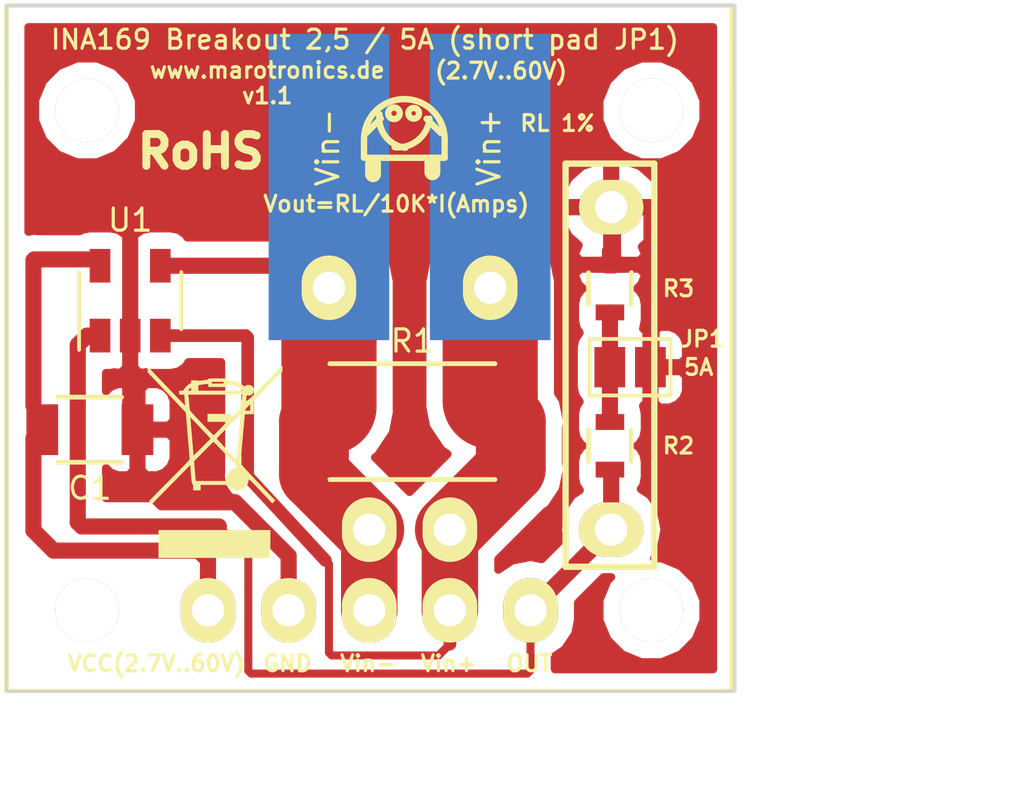
<source format=kicad_pcb>
(kicad_pcb (version 20171130) (host pcbnew "(2018-01-23 revision 975c08c46)-makepkg")

  (general
    (thickness 1.6)
    (drawings 35)
    (tracks 73)
    (zones 0)
    (modules 8)
    (nets 7)
  )

  (page A4)
  (title_block
    (title INA169_StromSensor)
    (date 2017-11-30)
    (rev V1.1)
    (company "Uwe Zimprich")
  )

  (layers
    (0 F.Cu signal)
    (31 B.Cu signal)
    (32 B.Adhes user)
    (33 F.Adhes user)
    (34 B.Paste user)
    (35 F.Paste user)
    (36 B.SilkS user)
    (37 F.SilkS user)
    (38 B.Mask user)
    (39 F.Mask user)
    (40 Dwgs.User user)
    (41 Cmts.User user)
    (42 Eco1.User user)
    (43 Eco2.User user)
    (44 Edge.Cuts user)
    (45 Margin user)
    (46 B.CrtYd user)
    (47 F.CrtYd user)
    (48 B.Fab user)
    (49 F.Fab user)
  )

  (setup
    (last_trace_width 0.254)
    (user_trace_width 0.254)
    (user_trace_width 0.4)
    (user_trace_width 0.508)
    (user_trace_width 0.762)
    (user_trace_width 1.106)
    (user_trace_width 1.27)
    (user_trace_width 1.524)
    (user_trace_width 1.778)
    (trace_clearance 0.254)
    (zone_clearance 0.508)
    (zone_45_only no)
    (trace_min 0.254)
    (segment_width 0.2)
    (edge_width 0.1)
    (via_size 0.889)
    (via_drill 0.635)
    (via_min_size 0.889)
    (via_min_drill 0.508)
    (uvia_size 0.508)
    (uvia_drill 0.127)
    (uvias_allowed no)
    (uvia_min_size 0.508)
    (uvia_min_drill 0.127)
    (pcb_text_width 0.3)
    (pcb_text_size 1.5 1.5)
    (mod_edge_width 0.15)
    (mod_text_size 1 1)
    (mod_text_width 0.15)
    (pad_size 2.032 1.72)
    (pad_drill 1.016)
    (pad_to_mask_clearance 0)
    (aux_axis_origin 0 0)
    (visible_elements 7FFFFF7F)
    (pcbplotparams
      (layerselection 0x00030_80000001)
      (usegerberextensions false)
      (usegerberattributes false)
      (usegerberadvancedattributes false)
      (creategerberjobfile false)
      (excludeedgelayer true)
      (linewidth 0.100000)
      (plotframeref false)
      (viasonmask false)
      (mode 1)
      (useauxorigin false)
      (hpglpennumber 1)
      (hpglpenspeed 20)
      (hpglpendiameter 15)
      (psnegative false)
      (psa4output false)
      (plotreference true)
      (plotvalue true)
      (plotinvisibletext false)
      (padsonsilk false)
      (subtractmaskfromsilk false)
      (outputformat 1)
      (mirror false)
      (drillshape 0)
      (scaleselection 1)
      (outputdirectory ""))
  )

  (net 0 "")
  (net 1 GND)
  (net 2 /VCC)
  (net 3 /Out)
  (net 4 /Vin-)
  (net 5 /Vin+)
  (net 6 "Net-(JP1-Pad1)")

  (net_class Default "Dies ist die voreingestellte Netzklasse."
    (clearance 0.254)
    (trace_width 0.254)
    (via_dia 0.889)
    (via_drill 0.635)
    (uvia_dia 0.508)
    (uvia_drill 0.127)
    (diff_pair_gap 0.25)
    (diff_pair_width 0.254)
    (add_net /Out)
    (add_net /VCC)
    (add_net /Vin+)
    (add_net /Vin-)
    (add_net GND)
    (add_net "Net-(JP1-Pad1)")
  )

  (net_class Load ""
    (clearance 0.254)
    (trace_width 0.254)
    (via_dia 0.889)
    (via_drill 0.635)
    (uvia_dia 0.508)
    (uvia_drill 0.127)
    (diff_pair_gap 0.25)
    (diff_pair_width 0.254)
  )

  (module Resistors_SMD:R_2512 (layer F.Cu) (tedit 5A205CA1) (tstamp 54E35950)
    (at 149.352 104.902 180)
    (descr "Resistor SMD 2512, reflow soldering, Vishay (see dcrcw.pdf)")
    (tags "resistor 2512")
    (path /587A7CC4)
    (attr smd)
    (fp_text reference R1 (at 0 2.54) (layer F.SilkS)
      (effects (font (size 0.7 0.7) (thickness 0.1)))
    )
    (fp_text value "0.1 1% 2W" (at 0 0 180) (layer F.Fab) hide
      (effects (font (size 0.7 0.7) (thickness 0.1)))
    )
    (fp_line (start -3.9 -1.95) (end 3.9 -1.95) (layer F.CrtYd) (width 0.05))
    (fp_line (start -3.9 1.95) (end 3.9 1.95) (layer F.CrtYd) (width 0.05))
    (fp_line (start -3.9 -1.95) (end -3.9 1.95) (layer F.CrtYd) (width 0.05))
    (fp_line (start 3.9 -1.95) (end 3.9 1.95) (layer F.CrtYd) (width 0.05))
    (fp_line (start 2.6 1.825) (end -2.6 1.825) (layer F.SilkS) (width 0.15))
    (fp_line (start -2.6 -1.825) (end 2.6 -1.825) (layer F.SilkS) (width 0.15))
    (pad 1 smd rect (at -3.1 0 180) (size 1 3.2) (layers F.Cu F.Paste F.Mask)
      (net 5 /Vin+))
    (pad 2 smd rect (at 3.1 0 180) (size 1 3.2) (layers F.Cu F.Paste F.Mask)
      (net 4 /Vin-))
    (model ${KISYS3DMOD}/Resistors_SMD.3dshapes/R_2512.wrl
      (at (xyz 0 0 0))
      (scale (xyz 1 1 1))
      (rotate (xyz 0 0 180))
    )
  )

  (module Capacitors_SMD:C_1206 (layer F.Cu) (tedit 5A20840E) (tstamp 54E35945)
    (at 139.192 105.156)
    (descr "Capacitor SMD 1206, reflow soldering, AVX (see smccp.pdf)")
    (tags "capacitor 1206")
    (path /587A6051)
    (attr smd)
    (fp_text reference C1 (at 0 1.8415) (layer F.SilkS)
      (effects (font (size 0.7 0.7) (thickness 0.1)))
    )
    (fp_text value 0.1uF (at 3.937 0.8509) (layer F.Fab) hide
      (effects (font (size 0.7 0.7) (thickness 0.1)))
    )
    (fp_line (start -2.3 -1.15) (end 2.3 -1.15) (layer F.CrtYd) (width 0.05))
    (fp_line (start -2.3 1.15) (end 2.3 1.15) (layer F.CrtYd) (width 0.05))
    (fp_line (start -2.3 -1.15) (end -2.3 1.15) (layer F.CrtYd) (width 0.05))
    (fp_line (start 2.3 -1.15) (end 2.3 1.15) (layer F.CrtYd) (width 0.05))
    (fp_line (start 1 -1.025) (end -1 -1.025) (layer F.SilkS) (width 0.15))
    (fp_line (start -1 1.025) (end 1 1.025) (layer F.SilkS) (width 0.15))
    (pad 1 smd rect (at -1.5 0) (size 1 1.6) (layers F.Cu F.Paste F.Mask)
      (net 2 /VCC))
    (pad 2 smd rect (at 1.5 0) (size 1 1.6) (layers F.Cu F.Paste F.Mask)
      (net 1 GND))
    (model ${KISYS3DMOD}/Capacitors_SMD.3dshapes/C_1206.wrl
      (at (xyz 0 0 0))
      (scale (xyz 1 1 1))
      (rotate (xyz 0 0 0))
    )
  )

  (module Resistors_SMD:R_0603 (layer F.Cu) (tedit 5A206FE8) (tstamp 54E3595B)
    (at 155.575 105.664 90)
    (descr "Resistor SMD 0603, reflow soldering, Vishay (see dcrcw.pdf)")
    (tags "resistor 0603")
    (path /587A79B6)
    (attr smd)
    (fp_text reference R2 (at 0 2.159) (layer F.SilkS)
      (effects (font (size 0.5 0.5) (thickness 0.1)))
    )
    (fp_text value "10K 1%" (at 0.0762 2.9464 90) (layer F.Fab) hide
      (effects (font (size 0.5 0.5) (thickness 0.1)))
    )
    (fp_line (start -1.3 -0.8) (end 1.3 -0.8) (layer F.CrtYd) (width 0.05))
    (fp_line (start -1.3 0.8) (end 1.3 0.8) (layer F.CrtYd) (width 0.05))
    (fp_line (start -1.3 -0.8) (end -1.3 0.8) (layer F.CrtYd) (width 0.05))
    (fp_line (start 1.3 -0.8) (end 1.3 0.8) (layer F.CrtYd) (width 0.05))
    (fp_line (start 0.5 0.675) (end -0.5 0.675) (layer F.SilkS) (width 0.15))
    (fp_line (start -0.5 -0.675) (end 0.5 -0.675) (layer F.SilkS) (width 0.15))
    (pad 1 smd rect (at -0.75 0 90) (size 0.5 0.9) (layers F.Cu F.Paste F.Mask)
      (net 3 /Out))
    (pad 2 smd rect (at 0.75 0 90) (size 0.5 0.9) (layers F.Cu F.Paste F.Mask)
      (net 6 "Net-(JP1-Pad1)"))
    (model ${KISYS3DMOD}/Resistors_SMD.3dshapes/R_0603.wrl
      (at (xyz 0 0 0))
      (scale (xyz 1 1 1))
      (rotate (xyz 0 0 0))
    )
  )

  (module Resistors_SMD:R_0603 (layer F.Cu) (tedit 5A206FDE) (tstamp 55017C33)
    (at 155.575 100.711 90)
    (descr "Resistor SMD 0603, reflow soldering, Vishay (see dcrcw.pdf)")
    (tags "resistor 0603")
    (path /587A6B3F)
    (attr smd)
    (fp_text reference R3 (at 0 2.159) (layer F.SilkS)
      (effects (font (size 0.5 0.5) (thickness 0.1)))
    )
    (fp_text value "10K 1%" (at -0.10414 2.8194 90) (layer F.Fab) hide
      (effects (font (size 0.5 0.5) (thickness 0.1)))
    )
    (fp_line (start -1.3 -0.8) (end 1.3 -0.8) (layer F.CrtYd) (width 0.05))
    (fp_line (start -1.3 0.8) (end 1.3 0.8) (layer F.CrtYd) (width 0.05))
    (fp_line (start -1.3 -0.8) (end -1.3 0.8) (layer F.CrtYd) (width 0.05))
    (fp_line (start 1.3 -0.8) (end 1.3 0.8) (layer F.CrtYd) (width 0.05))
    (fp_line (start 0.5 0.675) (end -0.5 0.675) (layer F.SilkS) (width 0.15))
    (fp_line (start -0.5 -0.675) (end 0.5 -0.675) (layer F.SilkS) (width 0.15))
    (pad 1 smd rect (at -0.75 0 90) (size 0.5 0.9) (layers F.Cu F.Paste F.Mask)
      (net 6 "Net-(JP1-Pad1)"))
    (pad 2 smd rect (at 0.75 0 90) (size 0.5 0.9) (layers F.Cu F.Paste F.Mask)
      (net 1 GND))
    (model ${KISYS3DMOD}/Resistors_SMD.3dshapes/R_0603.wrl
      (at (xyz 0 0 0))
      (scale (xyz 1 1 1))
      (rotate (xyz 0 0 0))
    )
  )

  (module TO_SOT_Packages_SMD:SOT-23-5 (layer F.Cu) (tedit 5A205C4F) (tstamp 587A6D6F)
    (at 140.462 101.092 90)
    (descr "5-pin SOT23 package")
    (tags SOT-23-5)
    (path /587A66BB)
    (attr smd)
    (fp_text reference U1 (at 2.54 0) (layer F.SilkS)
      (effects (font (size 0.7 0.7) (thickness 0.1)))
    )
    (fp_text value INA169_IC (at -2.413 0) (layer F.Fab) hide
      (effects (font (size 0.5 0.5) (thickness 0.1)))
    )
    (fp_line (start 0.9 -1.55) (end 0.9 1.55) (layer F.Fab) (width 0.15))
    (fp_line (start 0.9 1.55) (end -0.9 1.55) (layer F.Fab) (width 0.15))
    (fp_line (start -0.9 -1.55) (end -0.9 1.55) (layer F.Fab) (width 0.15))
    (fp_line (start 0.9 -1.55) (end -0.9 -1.55) (layer F.Fab) (width 0.15))
    (fp_line (start -1.9 1.8) (end -1.9 -1.8) (layer F.CrtYd) (width 0.05))
    (fp_line (start 1.9 1.8) (end -1.9 1.8) (layer F.CrtYd) (width 0.05))
    (fp_line (start 1.9 -1.8) (end 1.9 1.8) (layer F.CrtYd) (width 0.05))
    (fp_line (start -1.9 -1.8) (end 1.9 -1.8) (layer F.CrtYd) (width 0.05))
    (fp_line (start 0.9 -1.61) (end -1.55 -1.61) (layer F.SilkS) (width 0.12))
    (fp_line (start -0.9 1.61) (end 0.9 1.61) (layer F.SilkS) (width 0.12))
    (pad 5 smd rect (at 1.1 -0.95 90) (size 1.06 0.65) (layers F.Cu F.Paste F.Mask)
      (net 2 /VCC))
    (pad 4 smd rect (at 1.1 0.95 90) (size 1.06 0.65) (layers F.Cu F.Paste F.Mask)
      (net 4 /Vin-))
    (pad 3 smd rect (at -1.1 0.95 90) (size 1.06 0.65) (layers F.Cu F.Paste F.Mask)
      (net 5 /Vin+))
    (pad 2 smd rect (at -1.1 0 90) (size 1.06 0.65) (layers F.Cu F.Paste F.Mask)
      (net 1 GND))
    (pad 1 smd rect (at -1.1 -0.95 90) (size 1.06 0.65) (layers F.Cu F.Paste F.Mask)
      (net 3 /Out))
    (model TO_SOT_Packages_SMD.3dshapes/SOT-23-5.wrl
      (at (xyz 0 0 0))
      (scale (xyz 1 1 1))
      (rotate (xyz 0 0 0))
    )
  )

  (module Connectors:GS2 (layer F.Cu) (tedit 5A206D99) (tstamp 5A206A03)
    (at 156.21 103.1875 90)
    (descr "2-pin solder bridge")
    (tags "solder bridge")
    (path /5A20683E)
    (attr smd)
    (fp_text reference JP1 (at 0.889 2.286) (layer F.SilkS)
      (effects (font (size 0.5 0.5) (thickness 0.1)))
    )
    (fp_text value 5A (at 0 2.159) (layer F.SilkS)
      (effects (font (size 0.5 0.5) (thickness 0.1)))
    )
    (fp_line (start -0.89 -1.27) (end 0.89 -1.27) (layer F.SilkS) (width 0.12))
    (fp_line (start 0.89 1.27) (end -0.89 1.27) (layer F.SilkS) (width 0.12))
    (fp_line (start 0.89 1.27) (end 0.89 -1.27) (layer F.SilkS) (width 0.12))
    (fp_line (start -0.89 -1.27) (end -0.89 1.27) (layer F.SilkS) (width 0.12))
    (fp_line (start -1.1 -1.45) (end 1.1 -1.45) (layer F.CrtYd) (width 0.05))
    (fp_line (start -1.1 1.5) (end -1.1 -1.45) (layer F.CrtYd) (width 0.05))
    (fp_line (start 1.1 1.5) (end -1.1 1.5) (layer F.CrtYd) (width 0.05))
    (fp_line (start 1.1 -1.45) (end 1.1 1.5) (layer F.CrtYd) (width 0.05))
    (pad 2 smd rect (at 0 0.64 90) (size 1.27 0.97) (layers F.Cu F.Paste F.Mask)
      (net 1 GND))
    (pad 1 smd rect (at 0 -0.64 90) (size 1.27 0.97) (layers F.Cu F.Paste F.Mask)
      (net 6 "Net-(JP1-Pad1)"))
  )

  (module Symbols:WEEE-Logo_4.2x6mm_SilkScreen (layer F.Cu) (tedit 5A208662) (tstamp 5A20FB45)
    (at 143.129 106.172)
    (descr "Waste Electrical and Electronic Equipment Directive")
    (tags "Logo WEEE")
    (path /5A20ED28)
    (attr virtual)
    (fp_text reference H1 (at 0 0) (layer F.SilkS) hide
      (effects (font (size 1 1) (thickness 0.15)))
    )
    (fp_text value Mülleimer (at 0.75 0) (layer F.Fab) hide
      (effects (font (size 1 1) (thickness 0.15)))
    )
    (fp_poly (pts (xy 2.12443 -2.935152) (xy 2.123811 -2.848069) (xy 1.672086 -2.389109) (xy 1.220361 -1.930148)
      (xy 1.220032 -1.719529) (xy 1.219703 -1.508911) (xy 0.94461 -1.508911) (xy 0.937522 -1.45547)
      (xy 0.934838 -1.431112) (xy 0.930313 -1.385241) (xy 0.924191 -1.320595) (xy 0.916712 -1.239909)
      (xy 0.908119 -1.145919) (xy 0.898654 -1.041363) (xy 0.888558 -0.928975) (xy 0.878074 -0.811493)
      (xy 0.867444 -0.691652) (xy 0.856909 -0.572189) (xy 0.846713 -0.455841) (xy 0.837095 -0.345343)
      (xy 0.8283 -0.243431) (xy 0.820568 -0.152842) (xy 0.814142 -0.076313) (xy 0.809263 -0.016579)
      (xy 0.806175 0.023624) (xy 0.805117 0.041559) (xy 0.805118 0.041644) (xy 0.812827 0.056035)
      (xy 0.835981 0.085748) (xy 0.874895 0.131131) (xy 0.929884 0.192529) (xy 1.001264 0.270288)
      (xy 1.089349 0.364754) (xy 1.194454 0.476272) (xy 1.316895 0.605188) (xy 1.35131 0.641287)
      (xy 1.897137 1.213416) (xy 1.808881 1.301436) (xy 1.737485 1.223758) (xy 1.711366 1.195686)
      (xy 1.670566 1.152274) (xy 1.617777 1.096366) (xy 1.555691 1.030808) (xy 1.487 0.958441)
      (xy 1.414396 0.882112) (xy 1.37096 0.836524) (xy 1.289416 0.751119) (xy 1.223504 0.68271)
      (xy 1.171544 0.630053) (xy 1.131855 0.591905) (xy 1.102757 0.56702) (xy 1.082569 0.554156)
      (xy 1.06961 0.552068) (xy 1.0622 0.559513) (xy 1.058658 0.575246) (xy 1.057303 0.598023)
      (xy 1.057121 0.604239) (xy 1.047703 0.647061) (xy 1.024497 0.698819) (xy 0.992136 0.751328)
      (xy 0.955252 0.796403) (xy 0.940493 0.810328) (xy 0.864767 0.859047) (xy 0.776308 0.886306)
      (xy 0.6981 0.892773) (xy 0.609468 0.880576) (xy 0.527612 0.844813) (xy 0.455164 0.786722)
      (xy 0.441797 0.772262) (xy 0.392918 0.716733) (xy -0.452674 0.716733) (xy -0.452674 0.892773)
      (xy -0.67901 0.892773) (xy -0.67901 0.810531) (xy -0.68185 0.754386) (xy -0.691393 0.715416)
      (xy -0.702991 0.694219) (xy -0.711277 0.679052) (xy -0.718373 0.657062) (xy -0.724748 0.624987)
      (xy -0.730872 0.579569) (xy -0.737216 0.517548) (xy -0.74425 0.435662) (xy -0.749066 0.374746)
      (xy -0.771161 0.089343) (xy -1.313565 0.638805) (xy -1.411637 0.738228) (xy -1.505784 0.833815)
      (xy -1.594285 0.92381) (xy -1.67542 1.006457) (xy -1.747469 1.080001) (xy -1.808712 1.142684)
      (xy -1.857427 1.192752) (xy -1.891896 1.228448) (xy -1.910379 1.247995) (xy -1.940743 1.278944)
      (xy -1.966071 1.30053) (xy -1.979695 1.307723) (xy -1.997095 1.299297) (xy -2.02246 1.278245)
      (xy -2.031058 1.269671) (xy -2.067514 1.23162) (xy -1.866802 1.027658) (xy -1.815596 0.975699)
      (xy -1.749569 0.90882) (xy -1.671618 0.82995) (xy -1.584638 0.742014) (xy -1.491526 0.647941)
      (xy -1.395179 0.550658) (xy -1.298492 0.453093) (xy -1.229134 0.383145) (xy -1.123703 0.27655)
      (xy -1.035129 0.186307) (xy -0.962281 0.111192) (xy -0.904023 0.049986) (xy -0.859225 0.001466)
      (xy -0.837021 -0.023871) (xy -0.658724 -0.023871) (xy -0.636401 0.261555) (xy -0.629669 0.345219)
      (xy -0.623157 0.421727) (xy -0.617234 0.487081) (xy -0.612268 0.537281) (xy -0.608629 0.568329)
      (xy -0.607458 0.575273) (xy -0.600838 0.603565) (xy 0.348636 0.603565) (xy 0.354974 0.524606)
      (xy 0.37411 0.431315) (xy 0.414154 0.348791) (xy 0.472582 0.280038) (xy 0.546871 0.228063)
      (xy 0.630252 0.196863) (xy 0.657302 0.182228) (xy 0.670844 0.150819) (xy 0.671128 0.149434)
      (xy 0.672753 0.136174) (xy 0.670744 0.122595) (xy 0.663142 0.106181) (xy 0.647984 0.084411)
      (xy 0.623312 0.054767) (xy 0.587164 0.014732) (xy 0.53758 -0.038215) (xy 0.472599 -0.106591)
      (xy 0.468401 -0.110995) (xy 0.398507 -0.184389) (xy 0.3242 -0.262563) (xy 0.250586 -0.340136)
      (xy 0.182771 -0.411725) (xy 0.12586 -0.471949) (xy 0.113168 -0.485413) (xy 0.064513 -0.53618)
      (xy 0.021291 -0.579625) (xy -0.013395 -0.612759) (xy -0.036444 -0.632595) (xy -0.044182 -0.636954)
      (xy -0.055722 -0.62783) (xy -0.08271 -0.6028) (xy -0.123021 -0.563948) (xy -0.174529 -0.513357)
      (xy -0.235109 -0.453112) (xy -0.302636 -0.385296) (xy -0.357826 -0.329435) (xy -0.658724 -0.023871)
      (xy -0.837021 -0.023871) (xy -0.826751 -0.035589) (xy -0.805471 -0.062401) (xy -0.794251 -0.080192)
      (xy -0.791754 -0.08843) (xy -0.7927 -0.10641) (xy -0.795573 -0.147108) (xy -0.800187 -0.208181)
      (xy -0.806358 -0.287287) (xy -0.813898 -0.382086) (xy -0.822621 -0.490233) (xy -0.832343 -0.609388)
      (xy -0.842876 -0.737209) (xy -0.851365 -0.839365) (xy -0.899396 -1.415326) (xy -0.775805 -1.415326)
      (xy -0.775273 -1.402896) (xy -0.772769 -1.36789) (xy -0.768496 -1.312785) (xy -0.762653 -1.240057)
      (xy -0.755443 -1.152186) (xy -0.747066 -1.051649) (xy -0.737723 -0.940923) (xy -0.728758 -0.835795)
      (xy -0.718602 -0.716517) (xy -0.709142 -0.60392) (xy -0.700596 -0.500695) (xy -0.693179 -0.409527)
      (xy -0.687108 -0.333105) (xy -0.682601 -0.274117) (xy -0.679873 -0.235251) (xy -0.679116 -0.220156)
      (xy -0.677935 -0.210762) (xy -0.673256 -0.207034) (xy -0.663276 -0.210529) (xy -0.64619 -0.222801)
      (xy -0.620196 -0.245406) (xy -0.58349 -0.2799) (xy -0.534267 -0.327838) (xy -0.470726 -0.390776)
      (xy -0.403305 -0.458032) (xy -0.127601 -0.733523) (xy -0.129533 -0.735594) (xy 0.05271 -0.735594)
      (xy 0.061016 -0.72422) (xy 0.084267 -0.697437) (xy 0.120135 -0.657708) (xy 0.166287 -0.607493)
      (xy 0.220394 -0.549254) (xy 0.280126 -0.485453) (xy 0.343152 -0.418551) (xy 0.407142 -0.35101)
      (xy 0.469764 -0.28529) (xy 0.52869 -0.223854) (xy 0.581588 -0.169163) (xy 0.626128 -0.123678)
      (xy 0.65998 -0.089862) (xy 0.680812 -0.070174) (xy 0.686494 -0.066163) (xy 0.688366 -0.079109)
      (xy 0.692254 -0.114866) (xy 0.697943 -0.171196) (xy 0.705219 -0.24586) (xy 0.713869 -0.33662)
      (xy 0.723678 -0.441238) (xy 0.734434 -0.557474) (xy 0.745921 -0.683092) (xy 0.755093 -0.784382)
      (xy 0.766826 -0.915721) (xy 0.777665 -1.039448) (xy 0.78743 -1.153319) (xy 0.795937 -1.255089)
      (xy 0.803005 -1.342513) (xy 0.808451 -1.413347) (xy 0.812092 -1.465347) (xy 0.813747 -1.496268)
      (xy 0.813558 -1.504297) (xy 0.803666 -1.497146) (xy 0.778476 -1.474159) (xy 0.74019 -1.437561)
      (xy 0.691011 -1.389578) (xy 0.633139 -1.332434) (xy 0.568778 -1.268353) (xy 0.500129 -1.199562)
      (xy 0.429395 -1.128284) (xy 0.358778 -1.056745) (xy 0.29048 -0.98717) (xy 0.226704 -0.921783)
      (xy 0.16965 -0.862809) (xy 0.121522 -0.812473) (xy 0.084522 -0.773001) (xy 0.060852 -0.746617)
      (xy 0.05271 -0.735594) (xy -0.129533 -0.735594) (xy -0.230409 -0.843705) (xy -0.282768 -0.899623)
      (xy -0.341535 -0.962052) (xy -0.404385 -1.028557) (xy -0.468995 -1.096702) (xy -0.533042 -1.164052)
      (xy -0.594203 -1.228172) (xy -0.650153 -1.286628) (xy -0.69857 -1.336982) (xy -0.73713 -1.376802)
      (xy -0.763509 -1.40365) (xy -0.775384 -1.415092) (xy -0.775805 -1.415326) (xy -0.899396 -1.415326)
      (xy -0.911401 -1.559274) (xy -1.511938 -2.190842) (xy -2.112475 -2.822411) (xy -2.112034 -2.910685)
      (xy -2.111592 -2.99896) (xy -2.014583 -2.895334) (xy -1.960291 -2.837537) (xy -1.896192 -2.769632)
      (xy -1.824016 -2.693428) (xy -1.745492 -2.610731) (xy -1.662349 -2.523347) (xy -1.576319 -2.433085)
      (xy -1.48913 -2.34175) (xy -1.402513 -2.251151) (xy -1.318197 -2.163093) (xy -1.237912 -2.079385)
      (xy -1.163387 -2.001833) (xy -1.096354 -1.932243) (xy -1.038541 -1.872424) (xy -0.991679 -1.824182)
      (xy -0.957496 -1.789324) (xy -0.937724 -1.769657) (xy -0.93339 -1.765884) (xy -0.933092 -1.779008)
      (xy -0.934731 -1.812611) (xy -0.938023 -1.86212) (xy -0.942682 -1.922963) (xy -0.944682 -1.947268)
      (xy -0.959577 -2.125049) (xy -0.842955 -2.125049) (xy -0.836934 -2.096757) (xy -0.833863 -2.074382)
      (xy -0.829548 -2.032283) (xy -0.824488 -1.975822) (xy -0.819181 -1.910365) (xy -0.817344 -1.886138)
      (xy -0.811927 -1.816579) (xy -0.806459 -1.751982) (xy -0.801488 -1.698452) (xy -0.797561 -1.66209)
      (xy -0.796675 -1.655491) (xy -0.793334 -1.641944) (xy -0.786101 -1.626086) (xy -0.77344 -1.606139)
      (xy -0.753811 -1.580327) (xy -0.725678 -1.546871) (xy -0.687502 -1.503993) (xy -0.637746 -1.449917)
      (xy -0.574871 -1.382864) (xy -0.497341 -1.301057) (xy -0.418251 -1.21805) (xy -0.339564 -1.135906)
      (xy -0.266112 -1.059831) (xy -0.199724 -0.991675) (xy -0.142227 -0.933288) (xy -0.095451 -0.886519)
      (xy -0.061224 -0.853218) (xy -0.041373 -0.835233) (xy -0.03714 -0.832558) (xy -0.026003 -0.842259)
      (xy 0.000029 -0.867559) (xy 0.03843 -0.905918) (xy 0.086672 -0.9548) (xy 0.14223 -1.011666)
      (xy 0.182408 -1.053094) (xy 0.392169 -1.27) (xy -0.226337 -1.27) (xy -0.226337 -1.508911)
      (xy 0.528119 -1.508911) (xy 0.528119 -1.402458) (xy 0.666435 -1.540346) (xy 0.764553 -1.63816)
      (xy 0.955643 -1.63816) (xy 0.957471 -1.62273) (xy 0.966723 -1.614133) (xy 0.98905 -1.610387)
      (xy 1.030105 -1.609511) (xy 1.037376 -1.609505) (xy 1.119109 -1.609505) (xy 1.119109 -1.828828)
      (xy 1.037376 -1.747821) (xy 0.99127 -1.698572) (xy 0.963694 -1.660841) (xy 0.955643 -1.63816)
      (xy 0.764553 -1.63816) (xy 0.804752 -1.678234) (xy 0.804752 -1.801048) (xy 0.805137 -1.85755)
      (xy 0.8069 -1.893495) (xy 0.81095 -1.91347) (xy 0.818199 -1.922063) (xy 0.82913 -1.923861)
      (xy 0.841288 -1.926502) (xy 0.850273 -1.937088) (xy 0.857174 -1.959619) (xy 0.863076 -1.998091)
      (xy 0.869065 -2.056502) (xy 0.870987 -2.077896) (xy 0.875148 -2.125049) (xy -0.842955 -2.125049)
      (xy -0.959577 -2.125049) (xy -1.119109 -2.125049) (xy -1.119109 -2.238218) (xy -1.051314 -2.238218)
      (xy -1.011662 -2.239304) (xy -0.990116 -2.244546) (xy -0.98748 -2.247666) (xy -0.848616 -2.247666)
      (xy -0.841308 -2.240538) (xy -0.815993 -2.238338) (xy -0.798908 -2.238218) (xy -0.741881 -2.238218)
      (xy -0.529221 -2.238218) (xy 0.885302 -2.238218) (xy 0.837458 -2.287214) (xy 0.76315 -2.347676)
      (xy 0.671184 -2.394309) (xy 0.560002 -2.427751) (xy 0.449529 -2.446247) (xy 0.377227 -2.454878)
      (xy 0.377227 -2.36396) (xy -0.201188 -2.36396) (xy -0.201188 -2.467107) (xy -0.286065 -2.458504)
      (xy -0.345368 -2.451244) (xy -0.408551 -2.441621) (xy -0.446386 -2.434748) (xy -0.521832 -2.419593)
      (xy -0.525526 -2.328905) (xy -0.529221 -2.238218) (xy -0.741881 -2.238218) (xy -0.741881 -2.288515)
      (xy -0.743544 -2.320024) (xy -0.747697 -2.337537) (xy -0.749371 -2.338812) (xy -0.767987 -2.330746)
      (xy -0.795183 -2.31118) (xy -0.822448 -2.287056) (xy -0.841267 -2.265318) (xy -0.842943 -2.262492)
      (xy -0.848616 -2.247666) (xy -0.98748 -2.247666) (xy -0.979662 -2.256919) (xy -0.975442 -2.270396)
      (xy -0.958219 -2.305373) (xy -0.925138 -2.347421) (xy -0.881893 -2.390644) (xy -0.834174 -2.429146)
      (xy -0.80283 -2.449199) (xy -0.767123 -2.471149) (xy -0.748819 -2.489589) (xy -0.742388 -2.511332)
      (xy -0.741894 -2.524282) (xy -0.741894 -2.527425) (xy -0.100594 -2.527425) (xy -0.100594 -2.464554)
      (xy 0.276633 -2.464554) (xy 0.276633 -2.527425) (xy -0.100594 -2.527425) (xy -0.741894 -2.527425)
      (xy -0.741881 -2.565148) (xy -0.636048 -2.565148) (xy -0.587355 -2.563971) (xy -0.549405 -2.560835)
      (xy -0.528308 -2.556329) (xy -0.526023 -2.554505) (xy -0.512641 -2.551705) (xy -0.480074 -2.552852)
      (xy -0.433916 -2.557607) (xy -0.402376 -2.561997) (xy -0.345188 -2.570622) (xy -0.292886 -2.578409)
      (xy -0.253582 -2.584153) (xy -0.242055 -2.585785) (xy -0.211937 -2.595112) (xy -0.201188 -2.609728)
      (xy -0.19792 -2.61568) (xy -0.18623 -2.620222) (xy -0.163288 -2.62353) (xy -0.126265 -2.625785)
      (xy -0.072332 -2.627166) (xy 0.00134 -2.62785) (xy 0.08802 -2.62802) (xy 0.180529 -2.627923)
      (xy 0.250906 -2.62747) (xy 0.302164 -2.62641) (xy 0.33732 -2.624497) (xy 0.359389 -2.621481)
      (xy 0.371385 -2.617115) (xy 0.376324 -2.611151) (xy 0.377227 -2.604216) (xy 0.384921 -2.582205)
      (xy 0.410121 -2.569679) (xy 0.456009 -2.565212) (xy 0.464264 -2.565148) (xy 0.541973 -2.557132)
      (xy 0.630233 -2.535064) (xy 0.721085 -2.501916) (xy 0.80657 -2.460661) (xy 0.878726 -2.414269)
      (xy 0.888072 -2.406918) (xy 0.918533 -2.383002) (xy 0.936572 -2.373424) (xy 0.949169 -2.37652)
      (xy 0.9621 -2.389296) (xy 1.000293 -2.414322) (xy 1.049998 -2.423929) (xy 1.103524 -2.418933)
      (xy 1.153178 -2.400149) (xy 1.191267 -2.368394) (xy 1.194025 -2.364703) (xy 1.222526 -2.305425)
      (xy 1.227828 -2.244066) (xy 1.210518 -2.185573) (xy 1.17118 -2.134896) (xy 1.16637 -2.130711)
      (xy 1.13844 -2.110833) (xy 1.110102 -2.102079) (xy 1.070263 -2.101447) (xy 1.060311 -2.102008)
      (xy 1.021332 -2.103438) (xy 1.001254 -2.100161) (xy 0.993985 -2.090272) (xy 0.99324 -2.081039)
      (xy 0.991716 -2.054256) (xy 0.987935 -2.013975) (xy 0.985218 -1.989876) (xy 0.981277 -1.951599)
      (xy 0.982916 -1.932004) (xy 0.992421 -1.924842) (xy 1.009351 -1.923861) (xy 1.019392 -1.927099)
      (xy 1.03559 -1.93758) (xy 1.059145 -1.956452) (xy 1.091257 -1.984865) (xy 1.133128 -2.023965)
      (xy 1.185957 -2.074903) (xy 1.250945 -2.138827) (xy 1.329291 -2.216886) (xy 1.422197 -2.310228)
      (xy 1.530863 -2.420002) (xy 1.583231 -2.473048) (xy 2.125049 -3.022233) (xy 2.12443 -2.935152)) (layer F.SilkS) (width 0.01))
    (fp_poly (pts (xy 1.747822 3.017822) (xy -1.772971 3.017822) (xy -1.772971 2.150198) (xy 1.747822 2.150198)
      (xy 1.747822 3.017822)) (layer F.SilkS) (width 0.01))
  )

  (module Zimprich:ina169_breakout_footprint_mit_unterem_Lötpad (layer F.Cu) (tedit 5A67C6B0) (tstamp 5A69AEEB)
    (at 147.9931 103.2256)
    (path /587A8695)
    (fp_text reference J1 (at -3.5941 -2.5146) (layer F.SilkS) hide
      (effects (font (size 0.7 0.7) (thickness 0.15)))
    )
    (fp_text value "INA169 Breakout 2,5 / 5A (short pad JP1)" (at -0.137145 -10.35925) (layer F.SilkS)
      (effects (font (size 0.6 0.6) (thickness 0.1)))
    )
    (fp_line (start 11.43 10.16) (end -11.43 10.16) (layer F.SilkS) (width 0.15))
    (fp_line (start -11.43 -8.89) (end -11.43 -11.43) (layer F.SilkS) (width 0.15))
    (fp_line (start -11.43 -11.43) (end 11.43 -11.43) (layer F.SilkS) (width 0.15))
    (fp_line (start 11.43 -11.43) (end 11.43 -8.89) (layer F.SilkS) (width 0.15))
    (fp_line (start 11.43 -8.89) (end 11.43 -10.16) (layer F.SilkS) (width 0.15))
    (fp_line (start 11.43 10.16) (end 11.43 -8.89) (layer F.SilkS) (width 0.15))
    (fp_line (start -11.43 -8.89) (end -11.43 10.16) (layer F.SilkS) (width 0.15))
    (pad 5 thru_hole oval (at 7.62 5.08) (size 2.032 1.72) (drill 1.016) (layers *.Cu *.Mask F.SilkS)
      (net 3 /Out))
    (pad 2 thru_hole oval (at 7.62 -5.08) (size 2.032 1.72) (drill 1.016) (layers *.Cu *.Mask F.SilkS)
      (net 1 GND))
    (pad 3 thru_hole oval (at -1.27 -2.54) (size 1.72 2.032) (drill 1.016) (layers *.Cu *.Mask F.SilkS)
      (net 4 /Vin-))
    (pad 4 thru_hole oval (at 3.81 -2.54) (size 1.72 2.032) (drill 1.016) (layers *.Cu *.Mask F.SilkS)
      (net 5 /Vin+))
    (pad 3 thru_hole oval (at 0 5.08) (size 1.72 2.032) (drill 1.016) (layers *.Cu *.Mask F.SilkS)
      (net 4 /Vin-))
    (pad 4 thru_hole oval (at 2.54 5.08) (size 1.72 2.032) (drill 1.016) (layers *.Cu *.Mask F.SilkS)
      (net 5 /Vin+))
    (pad 2 thru_hole oval (at -2.54 7.62) (size 1.72 2.032) (drill 1.016) (layers *.Cu *.Mask F.SilkS)
      (net 1 GND))
    (pad 1 thru_hole oval (at -5.08 7.62) (size 1.72 2.032) (drill 1.016) (layers *.Cu *.Mask F.SilkS)
      (net 2 /VCC))
    (pad 5 thru_hole oval (at 5.08 7.62) (size 1.72 2.032) (drill 1.016) (layers *.Cu *.Mask F.SilkS)
      (net 3 /Out))
    (pad 4 thru_hole oval (at 2.54 7.62) (size 1.72 2.032) (drill 1.016) (layers *.Cu *.Mask F.SilkS)
      (net 5 /Vin+))
    (pad 3 thru_hole oval (at 0 7.62) (size 1.72 2.032) (drill 1.016) (layers *.Cu *.Mask F.SilkS)
      (net 4 /Vin-))
    (pad "" thru_hole circle (at -8.89 7.62) (size 2 2) (drill 2) (layers *.Cu *.Mask F.SilkS))
    (pad "" thru_hole circle (at 8.89 7.62) (size 2 2) (drill 2) (layers *.Cu *.Mask F.SilkS))
    (pad "" thru_hole circle (at -8.89 -8.128) (size 2 2) (drill 2) (layers *.Cu *.Mask F.SilkS))
    (pad "" thru_hole circle (at 8.89 -8.128) (size 2 2) (drill 2) (layers *.Cu *.Mask F.SilkS))
    (pad 3 connect rect (at -1.27 -5.715) (size 3.8 9.65) (layers B.Cu B.Mask)
      (net 4 /Vin-))
    (pad 4 smd rect (at 3.81 -5.715) (size 3.8 9.65) (layers B.Cu B.Mask)
      (net 5 /Vin+))
    (model ${KISYS3DMOD}/Pin_Headers.3dshapes/Pin_Header_Straight_1x05_Pitch2.54mm.wrl
      (offset (xyz 5 -7.5 -2))
      (scale (xyz 1 1 1))
      (rotate (xyz 0 180 90))
    )
    (model ${KISYS3DMOD}/Pin_Headers.3dshapes/Pin_Header_Straight_1x02_Pitch2.54mm.wrl
      (offset (xyz 2.5 -5 -2))
      (scale (xyz 1 1 1))
      (rotate (xyz 0 180 90))
    )
  )

  (gr_text RoHS (at 142.6845 96.393) (layer F.SilkS)
    (effects (font (size 1 1) (thickness 0.25)))
  )
  (gr_line (start 154.178 96.774) (end 154.178 109.474) (angle 90) (layer F.SilkS) (width 0.2))
  (gr_line (start 156.972 96.774) (end 154.178 96.774) (angle 90) (layer F.SilkS) (width 0.2))
  (gr_line (start 156.972 109.474) (end 156.972 96.774) (angle 90) (layer F.SilkS) (width 0.2))
  (gr_line (start 154.178 109.474) (end 156.972 109.474) (angle 90) (layer F.SilkS) (width 0.2))
  (gr_line (start 159.51 91.79) (end 159.51 113.39) (angle 90) (layer Edge.Cuts) (width 0.1))
  (gr_line (start 136.57 91.79) (end 159.51 91.79) (angle 90) (layer Edge.Cuts) (width 0.1))
  (gr_line (start 136.57 113.39) (end 136.57 91.79) (angle 90) (layer Edge.Cuts) (width 0.1))
  (gr_line (start 159.51 113.39) (end 136.57 113.39) (angle 90) (layer Edge.Cuts) (width 0.1))
  (gr_text "Vout=RL/10K*I(Amps)" (at 148.844 98.044) (layer F.SilkS)
    (effects (font (size 0.5 0.5) (thickness 0.1)))
  )
  (gr_text "RL 1%" (at 153.924 95.504) (layer F.SilkS)
    (effects (font (size 0.5 0.5) (thickness 0.1)))
  )
  (gr_line (start 148.35632 95.3516) (end 147.88896 95.81896) (angle 90) (layer F.SilkS) (width 0.2))
  (gr_line (start 149.79904 95.36176) (end 150.24608 95.8088) (angle 90) (layer F.SilkS) (width 0.2) (tstamp 54E39316))
  (gr_circle (center 148.77288 95.18904) (end 148.93544 95.27032) (layer F.SilkS) (width 0.2))
  (gr_circle (center 149.39264 95.18904) (end 149.48232 95.33128) (layer F.SilkS) (width 0.2) (tstamp 54E3939A))
  (gr_arc (start 149.2504 95.34144) (end 149.12848 96.27616) (angle 90) (layer F.SilkS) (width 0.2))
  (gr_arc (start 148.8948 95.26016) (end 149.89048 95.36176) (angle 90) (layer F.SilkS) (width 0.2))
  (gr_line (start 150.368 96.59112) (end 150.368 96.012) (angle 90) (layer F.SilkS) (width 0.2))
  (gr_line (start 147.828 96.59112) (end 150.368 96.59112) (angle 90) (layer F.SilkS) (width 0.2))
  (gr_line (start 147.828 96.012) (end 147.828 96.59112) (angle 90) (layer F.SilkS) (width 0.2))
  (gr_arc (start 149.098 96.012) (end 147.828 96.012) (angle 90) (layer F.SilkS) (width 0.2))
  (gr_arc (start 149.098 96.012) (end 149.098 94.742) (angle 90) (layer F.SilkS) (width 0.2))
  (gr_text Vin+ (at 151.765 96.266 90) (layer F.SilkS)
    (effects (font (size 0.7 0.7) (thickness 0.1)))
  )
  (gr_line (start 149.98192 97.04832) (end 149.98192 96.7392) (angle 90) (layer F.SilkS) (width 0.5) (tstamp 54E39370))
  (gr_line (start 148.11248 97.10928) (end 148.11248 96.77984) (angle 90) (layer F.SilkS) (width 0.5))
  (gr_text Vin- (at 146.685 96.266 90) (layer F.SilkS)
    (effects (font (size 0.7 0.7) (thickness 0.1)))
  )
  (dimension 22.931388 (width 0.3) (layer Dwgs.User)
    (gr_text "22,931 mm" (at 147.976532 117.682) (layer Dwgs.User)
      (effects (font (size 1.5 1.5) (thickness 0.3)))
    )
    (feature1 (pts (xy 159.442226 113.334529) (xy 159.442226 119.032)))
    (feature2 (pts (xy 136.510838 113.334529) (xy 136.510838 119.032)))
    (crossbar (pts (xy 136.510838 116.332) (xy 159.442226 116.332)))
    (arrow1a (pts (xy 159.442226 116.332) (xy 158.315722 116.918421)))
    (arrow1b (pts (xy 159.442226 116.332) (xy 158.315722 115.745579)))
    (arrow2a (pts (xy 136.510838 116.332) (xy 137.637342 116.918421)))
    (arrow2b (pts (xy 136.510838 116.332) (xy 137.637342 115.745579)))
  )
  (dimension 21.564616 (width 0.3) (layer Dwgs.User) (tstamp 54E3B59A)
    (gr_text "21,565 mm" (at 162.052 102.362 270) (layer Dwgs.User) (tstamp 54E3B59A)
      (effects (font (size 1.5 1.5) (thickness 0.3)))
    )
    (feature1 (pts (xy 159.480192 113.334529) (xy 167.291999 113.334529)))
    (feature2 (pts (xy 159.480192 91.769913) (xy 167.291999 91.769913)))
    (crossbar (pts (xy 164.591999 91.769913) (xy 164.591999 113.334529)))
    (arrow1a (pts (xy 164.591999 113.334529) (xy 164.005578 112.208025)))
    (arrow1b (pts (xy 164.591999 113.334529) (xy 165.17842 112.208025)))
    (arrow2a (pts (xy 164.591999 91.769913) (xy 164.005578 92.896417)))
    (arrow2b (pts (xy 164.591999 91.769913) (xy 165.17842 92.896417)))
  )
  (gr_text "www.marotronics.de\nv1.1" (at 144.78 94.234) (layer F.SilkS)
    (effects (font (size 0.5 0.5) (thickness 0.1)))
  )
  (gr_text "(2.7V..60V)" (at 152.146 93.853) (layer F.SilkS)
    (effects (font (size 0.5 0.5) (thickness 0.1)))
  )
  (gr_text Vin+ (at 150.495 112.522) (layer F.SilkS)
    (effects (font (size 0.5 0.5) (thickness 0.1)))
  )
  (gr_text Vin- (at 147.955 112.522) (layer F.SilkS)
    (effects (font (size 0.5 0.5) (thickness 0.1)))
  )
  (gr_text OUT (at 153.035 112.522) (layer F.SilkS)
    (effects (font (size 0.5 0.5) (thickness 0.1)))
  )
  (gr_text GND (at 145.415 112.522) (layer F.SilkS)
    (effects (font (size 0.5 0.5) (thickness 0.1)))
  )
  (gr_text "VCC(2.7V..60V)" (at 141.2875 112.522) (layer F.SilkS)
    (effects (font (size 0.5 0.5) (thickness 0.1)))
  )

  (segment (start 140.692 105.156) (end 140.692 106.656) (width 0.508) (layer F.Cu) (net 1) (status 400000))
  (segment (start 145.4531 109.1311) (end 145.4531 110.8456) (width 0.508) (layer F.Cu) (net 1) (tstamp 5A207AE2) (status 800000))
  (segment (start 143.763998 107.441998) (end 145.4531 109.1311) (width 0.508) (layer F.Cu) (net 1) (tstamp 5A207AD9))
  (segment (start 141.477998 107.441998) (end 143.763998 107.441998) (width 0.508) (layer F.Cu) (net 1) (tstamp 5A207AD7))
  (segment (start 140.692 106.656) (end 141.477998 107.441998) (width 0.508) (layer F.Cu) (net 1) (tstamp 5A207AD6))
  (segment (start 140.462 102.192) (end 140.462 104.926) (width 0.508) (layer F.Cu) (net 1))
  (segment (start 140.462 104.926) (end 140.692 105.156) (width 0.254) (layer F.Cu) (net 1) (tstamp 587A785E))
  (segment (start 155.6131 98.1456) (end 140.4874 98.1456) (width 0.508) (layer F.Cu) (net 1))
  (segment (start 140.4874 98.1456) (end 140.462 98.171) (width 0.508) (layer F.Cu) (net 1) (tstamp 587A7854))
  (segment (start 140.462 98.171) (end 140.462 102.192) (width 0.508) (layer F.Cu) (net 1) (tstamp 587A7858))
  (segment (start 156.8831 103.2256) (end 156.8831 98.2091) (width 0.508) (layer F.Cu) (net 1))
  (segment (start 156.8831 98.2091) (end 156.8196 98.1456) (width 0.508) (layer F.Cu) (net 1) (tstamp 587A7848))
  (segment (start 156.8196 98.1456) (end 155.6131 98.1456) (width 0.508) (layer F.Cu) (net 1) (tstamp 587A784F))
  (segment (start 155.6639 98.1964) (end 155.6131 98.1456) (width 0.254) (layer F.Cu) (net 1) (tstamp 5501782D))
  (segment (start 155.6766 99.98386) (end 155.6639 98.1964) (width 0.508) (layer F.Cu) (net 1) (status 10))
  (segment (start 137.414 105.434) (end 137.414 108.331) (width 0.508) (layer F.Cu) (net 2) (status 400000))
  (segment (start 142.9131 109.2581) (end 142.621 108.966) (width 0.508) (layer F.Cu) (net 2) (tstamp 5A2078D7))
  (segment (start 142.621 108.966) (end 138.049 108.966) (width 0.508) (layer F.Cu) (net 2) (tstamp 5A2078D9))
  (segment (start 138.049 108.966) (end 137.414 108.331) (width 0.508) (layer F.Cu) (net 2) (tstamp 5A2078DC))
  (segment (start 142.9131 109.2581) (end 142.9131 110.8456) (width 0.508) (layer F.Cu) (net 2) (status 800000))
  (segment (start 137.414 105.434) (end 137.692 105.156) (width 0.508) (layer F.Cu) (net 2) (tstamp 5A207909) (status C00000))
  (segment (start 153.0731 110.8456) (end 153.0731 112.7379) (width 0.254) (layer F.Cu) (net 3) (status 400000))
  (segment (start 144.1831 112.4204) (end 144.1831 109.1311) (width 0.254) (layer F.Cu) (net 3) (tstamp 5A207A11))
  (segment (start 139.108 102.192) (end 139.512 102.192) (width 0.508) (layer F.Cu) (net 3) (status 800000))
  (segment (start 138.938002 108.204) (end 143.256 108.204) (width 0.508) (layer F.Cu) (net 3) (tstamp 5A207979))
  (segment (start 138.811 108.076998) (end 138.938002 108.204) (width 0.508) (layer F.Cu) (net 3) (tstamp 5A207975))
  (segment (start 138.811 102.489) (end 138.811 108.076998) (width 0.508) (layer F.Cu) (net 3) (tstamp 5A20796C))
  (segment (start 139.108 102.192) (end 138.811 102.489) (width 0.508) (layer F.Cu) (net 3) (tstamp 5A20796B))
  (segment (start 144.1831 109.1311) (end 143.256 108.204) (width 0.254) (layer F.Cu) (net 3))
  (segment (start 144.1831 112.7506) (end 144.1831 112.4204) (width 0.254) (layer F.Cu) (net 3) (tstamp 5A207C55))
  (segment (start 144.272 112.8395) (end 144.1831 112.7506) (width 0.254) (layer F.Cu) (net 3) (tstamp 5A207C4B))
  (segment (start 152.9715 112.8395) (end 144.272 112.8395) (width 0.254) (layer F.Cu) (net 3) (tstamp 5A207C45))
  (segment (start 153.0731 112.7379) (end 152.9715 112.8395) (width 0.254) (layer F.Cu) (net 3) (tstamp 5A207C43))
  (segment (start 147.193 112.268) (end 146.812 112.268) (width 0.254) (layer F.Cu) (net 5))
  (segment (start 141.412 102.192) (end 144.102 102.192) (width 0.4) (layer F.Cu) (net 5))
  (segment (start 144.16325 102.25325) (end 144.16325 106.627355) (width 0.4) (layer F.Cu) (net 5) (tstamp 587A7885))
  (segment (start 144.102 102.192) (end 144.16325 102.25325) (width 0.4) (layer F.Cu) (net 5) (tstamp 587A7884))
  (segment (start 144.16325 106.627355) (end 146.612098 109.274098) (width 0.4) (layer F.Cu) (net 5) (tstamp 54E70493))
  (segment (start 150.5331 111.912398) (end 150.177498 112.268) (width 0.254) (layer F.Cu) (net 5) (tstamp 5A207C74))
  (segment (start 150.177498 112.268) (end 147.193 112.268) (width 0.254) (layer F.Cu) (net 5) (tstamp 5A207C77))
  (segment (start 150.5331 111.912398) (end 150.5331 110.8456) (width 0.4) (layer F.Cu) (net 5) (status 800000))
  (segment (start 146.723098 109.385098) (end 146.612098 109.274098) (width 0.254) (layer F.Cu) (net 5) (tstamp 5A207CA8))
  (segment (start 146.723098 112.179098) (end 146.723098 109.385098) (width 0.254) (layer F.Cu) (net 5) (tstamp 5A207CA1))
  (segment (start 146.812 112.268) (end 146.723098 112.179098) (width 0.254) (layer F.Cu) (net 5) (tstamp 5A207C9F))
  (segment (start 155.575 104.914) (end 155.575 103.1925) (width 0.508) (layer F.Cu) (net 6) (status C00000))
  (segment (start 155.575 103.1925) (end 155.57 103.1875) (width 0.508) (layer F.Cu) (net 6) (tstamp 5A2072AB) (status C00000))
  (segment (start 155.575 101.461) (end 155.575 103.1825) (width 0.508) (layer F.Cu) (net 6) (status C00000))
  (segment (start 155.575 103.1825) (end 155.57 103.1875) (width 0.508) (layer F.Cu) (net 6) (tstamp 5A2072A8) (status C00000))
  (segment (start 155.6258 101.53466) (end 155.6766 101.48386) (width 0.254) (layer F.Cu) (net 6) (tstamp 55017A74) (status 30))
  (segment (start 155.5496 103.2891) (end 155.6131 103.2256) (width 0.254) (layer F.Cu) (net 6) (tstamp 55017A7D))
  (segment (start 137.414 99.822) (end 137.414 104.394) (width 0.508) (layer F.Cu) (net 2) (tstamp 54E70917))
  (segment (start 137.4441 99.7919) (end 137.414 99.822) (width 0.508) (layer F.Cu) (net 2) (tstamp 54E70911))
  (segment (start 139.512 99.7919) (end 137.4441 99.7919) (width 0.508) (layer F.Cu) (net 2))
  (segment (start 137.414 104.394) (end 137.692 105.156) (width 0.254) (layer F.Cu) (net 2) (tstamp 54E7091E))
  (segment (start 139.507572 99.796328) (end 139.512 99.7919) (width 0.254) (layer F.Cu) (net 2) (tstamp 54E70884))
  (segment (start 153.0731 110.8456) (end 155.6131 108.3056) (width 0.508) (layer F.Cu) (net 3))
  (segment (start 155.6131 106.5537) (end 155.5496 106.4902) (width 0.254) (layer F.Cu) (net 3) (tstamp 5501851A))
  (segment (start 155.6131 108.3056) (end 155.6131 106.5537) (width 0.508) (layer F.Cu) (net 3))
  (segment (start 141.412 99.992) (end 146.0295 99.992) (width 0.508) (layer F.Cu) (net 4) (status 400000))
  (segment (start 146.0295 99.992) (end 146.7231 100.6856) (width 0.508) (layer F.Cu) (net 4) (tstamp 5A206AE8) (status 800000))
  (segment (start 147.9931 110.8456) (end 147.9931 108.3056) (width 1.778) (layer F.Cu) (net 4))
  (segment (start 146.7231 104.4309) (end 146.252 104.902) (width 2.2) (layer F.Cu) (net 4) (tstamp 54E848EC))
  (segment (start 146.7231 100.6856) (end 146.7231 104.4309) (width 3) (layer F.Cu) (net 4))
  (segment (start 146.252 106.5645) (end 147.9931 108.3056) (width 2.2) (layer F.Cu) (net 4) (tstamp 54E84918))
  (segment (start 146.252 104.902) (end 146.252 106.5645) (width 2.2) (layer F.Cu) (net 4))
  (segment (start 145.8294 99.7919) (end 146.7231 100.6856) (width 0.254) (layer F.Cu) (net 4) (tstamp 54E8494E))
  (segment (start 150.622 108.2167) (end 150.5331 108.3056) (width 0.254) (layer F.Cu) (net 5) (tstamp 54E61D15))
  (segment (start 150.5331 110.8456) (end 150.5331 108.3056) (width 1.778) (layer F.Cu) (net 5))
  (segment (start 151.8031 104.2531) (end 152.452 104.902) (width 0.254) (layer F.Cu) (net 5) (tstamp 54E848F0))
  (segment (start 151.8031 104.2531) (end 152.452 104.902) (width 2.2) (layer F.Cu) (net 5) (tstamp 54E848FE))
  (segment (start 151.8031 100.6856) (end 151.8031 104.2531) (width 3) (layer F.Cu) (net 5))
  (segment (start 152.452 106.3867) (end 150.5331 108.3056) (width 2.2) (layer F.Cu) (net 5) (tstamp 54E8491B))
  (segment (start 152.452 104.902) (end 152.452 106.3867) (width 2.2) (layer F.Cu) (net 5))

  (zone (net 1) (net_name GND) (layer F.Cu) (tstamp 54E362A9) (hatch edge 0.508)
    (connect_pads (clearance 0.508))
    (min_thickness 0.254)
    (fill yes (arc_segments 16) (thermal_gap 0.508) (thermal_bridge_width 0.508))
    (polygon
      (pts
        (xy 136.814565 92.225503) (xy 159.138499 92.263469) (xy 159.138499 112.992836) (xy 136.852531 113.030802)
      )
    )
    (filled_polygon
      (pts
        (xy 158.825001 112.705) (xy 153.843483 112.705) (xy 153.8351 112.662858) (xy 153.8351 112.290468) (xy 154.150934 112.079434)
        (xy 154.481358 111.584919) (xy 154.5681 111.148839) (xy 154.5681 110.607835) (xy 155.375336 109.8006) (xy 155.615861 109.8006)
        (xy 155.497014 109.919447) (xy 155.2481 110.520378) (xy 155.2481 111.170822) (xy 155.497014 111.771753) (xy 155.956947 112.231686)
        (xy 156.557878 112.4806) (xy 157.208322 112.4806) (xy 157.809253 112.231686) (xy 158.269186 111.771753) (xy 158.5181 111.170822)
        (xy 158.5181 110.520378) (xy 158.269186 109.919447) (xy 157.809253 109.459514) (xy 157.208322 109.2106) (xy 156.962418 109.2106)
        (xy 157.177358 108.88892) (xy 157.293388 108.3056) (xy 157.177358 107.72228) (xy 156.846934 107.227766) (xy 156.546254 107.026858)
        (xy 156.623157 106.911765) (xy 156.67244 106.664) (xy 156.67244 106.164) (xy 156.623157 105.916235) (xy 156.482809 105.706191)
        (xy 156.419666 105.664) (xy 156.482809 105.621809) (xy 156.623157 105.411765) (xy 156.67244 105.164) (xy 156.67244 104.664)
        (xy 156.623157 104.416235) (xy 156.616091 104.405659) (xy 156.723 104.29875) (xy 156.723 103.3145) (xy 156.977 103.3145)
        (xy 156.977 104.29875) (xy 157.13575 104.4575) (xy 157.46131 104.4575) (xy 157.694699 104.360827) (xy 157.873327 104.182198)
        (xy 157.97 103.948809) (xy 157.97 103.47325) (xy 157.81125 103.3145) (xy 156.977 103.3145) (xy 156.723 103.3145)
        (xy 156.703 103.3145) (xy 156.703 103.0605) (xy 156.723 103.0605) (xy 156.723 102.07625) (xy 156.977 102.07625)
        (xy 156.977 103.0605) (xy 157.81125 103.0605) (xy 157.97 102.90175) (xy 157.97 102.426191) (xy 157.873327 102.192802)
        (xy 157.694699 102.014173) (xy 157.46131 101.9175) (xy 157.13575 101.9175) (xy 156.977 102.07625) (xy 156.723 102.07625)
        (xy 156.616091 101.969341) (xy 156.623157 101.958765) (xy 156.67244 101.711) (xy 156.67244 101.211) (xy 156.623157 100.963235)
        (xy 156.482809 100.753191) (xy 156.42168 100.712346) (xy 156.563327 100.570698) (xy 156.66 100.337309) (xy 156.66 100.24475)
        (xy 156.50125 100.086) (xy 155.702 100.086) (xy 155.702 100.108) (xy 155.448 100.108) (xy 155.448 100.086)
        (xy 154.64875 100.086) (xy 154.49 100.24475) (xy 154.49 100.337309) (xy 154.586673 100.570698) (xy 154.72832 100.712346)
        (xy 154.667191 100.753191) (xy 154.526843 100.963235) (xy 154.47756 101.211) (xy 154.47756 101.711) (xy 154.526843 101.958765)
        (xy 154.622429 102.101818) (xy 154.486843 102.304735) (xy 154.43756 102.5525) (xy 154.43756 103.8225) (xy 154.486843 104.070265)
        (xy 154.622429 104.273182) (xy 154.526843 104.416235) (xy 154.47756 104.664) (xy 154.47756 105.164) (xy 154.526843 105.411765)
        (xy 154.667191 105.621809) (xy 154.730334 105.664) (xy 154.667191 105.706191) (xy 154.526843 105.916235) (xy 154.47756 106.164)
        (xy 154.47756 106.664) (xy 154.526843 106.911765) (xy 154.627266 107.062058) (xy 154.379266 107.227766) (xy 154.048842 107.72228)
        (xy 153.932812 108.3056) (xy 154.003001 108.658463) (xy 153.425963 109.235501) (xy 153.0731 109.165312) (xy 152.48978 109.281342)
        (xy 152.0571 109.57045) (xy 152.0571 109.235259) (xy 153.558 107.73436) (xy 153.702865 107.637565) (xy 154.086334 107.063663)
        (xy 154.187 106.55758) (xy 154.187 106.557576) (xy 154.220989 106.386701) (xy 154.187 106.215826) (xy 154.187 105.072878)
        (xy 154.22099 104.901999) (xy 154.173649 104.664) (xy 154.086334 104.225037) (xy 153.9381 104.003189) (xy 153.9381 100.475321)
        (xy 153.814226 99.852564) (xy 153.342349 99.146351) (xy 152.636135 98.674474) (xy 151.8031 98.508773) (xy 150.970064 98.674474)
        (xy 150.263851 99.146351) (xy 149.791974 99.852565) (xy 149.6681 100.475322) (xy 149.6681 104.463379) (xy 149.791975 105.086136)
        (xy 150.263852 105.792349) (xy 150.460976 105.924063) (xy 149.263101 107.12194) (xy 148.171807 106.030647) (xy 148.262349 105.970149)
        (xy 148.734226 105.263936) (xy 148.8581 104.641179) (xy 148.8581 100.475321) (xy 148.734226 99.852564) (xy 148.262349 99.146351)
        (xy 147.556135 98.674474) (xy 146.7231 98.508773) (xy 145.890064 98.674474) (xy 145.24873 99.103) (xy 142.260832 99.103)
        (xy 142.194809 99.004191) (xy 141.984765 98.863843) (xy 141.737 98.81456) (xy 141.087 98.81456) (xy 140.839235 98.863843)
        (xy 140.629191 99.004191) (xy 140.488843 99.214235) (xy 140.462 99.349185) (xy 140.435157 99.214235) (xy 140.294809 99.004191)
        (xy 140.084765 98.863843) (xy 139.837 98.81456) (xy 139.187 98.81456) (xy 138.939235 98.863843) (xy 138.880783 98.9029)
        (xy 137.531655 98.9029) (xy 137.4441 98.885484) (xy 137.356545 98.9029) (xy 137.356544 98.9029) (xy 137.255 98.923098)
        (xy 137.255 98.504061) (xy 154.005711 98.504061) (xy 154.008982 98.523087) (xy 154.263671 99.048523) (xy 154.594933 99.343042)
        (xy 154.586673 99.351302) (xy 154.49 99.584691) (xy 154.49 99.67725) (xy 154.64875 99.836) (xy 155.448 99.836)
        (xy 155.448 99.506624) (xy 155.4861 99.483079) (xy 155.4861 99.23475) (xy 155.702 99.23475) (xy 155.702 99.836)
        (xy 156.50125 99.836) (xy 156.66 99.67725) (xy 156.66 99.584691) (xy 156.579112 99.389411) (xy 156.962529 99.048523)
        (xy 157.217218 98.523087) (xy 157.220489 98.504061) (xy 157.099301 98.2726) (xy 155.7401 98.2726) (xy 155.7401 99.19665)
        (xy 155.702 99.23475) (xy 155.4861 99.23475) (xy 155.4861 98.2726) (xy 154.126899 98.2726) (xy 154.005711 98.504061)
        (xy 137.255 98.504061) (xy 137.255 97.787139) (xy 154.005711 97.787139) (xy 154.126899 98.0186) (xy 155.4861 98.0186)
        (xy 155.4861 96.808121) (xy 155.7401 96.808121) (xy 155.7401 98.0186) (xy 157.099301 98.0186) (xy 157.220489 97.787139)
        (xy 157.217218 97.768113) (xy 156.962529 97.242677) (xy 156.526151 96.854702) (xy 155.974519 96.663255) (xy 155.7401 96.808121)
        (xy 155.4861 96.808121) (xy 155.251681 96.663255) (xy 154.700049 96.854702) (xy 154.263671 97.242677) (xy 154.008982 97.768113)
        (xy 154.005711 97.787139) (xy 137.255 97.787139) (xy 137.255 94.772378) (xy 137.4681 94.772378) (xy 137.4681 95.422822)
        (xy 137.717014 96.023753) (xy 138.176947 96.483686) (xy 138.777878 96.7326) (xy 139.428322 96.7326) (xy 140.029253 96.483686)
        (xy 140.489186 96.023753) (xy 140.7381 95.422822) (xy 140.7381 94.772378) (xy 155.2481 94.772378) (xy 155.2481 95.422822)
        (xy 155.497014 96.023753) (xy 155.956947 96.483686) (xy 156.557878 96.7326) (xy 157.208322 96.7326) (xy 157.809253 96.483686)
        (xy 158.269186 96.023753) (xy 158.5181 95.422822) (xy 158.5181 94.772378) (xy 158.269186 94.171447) (xy 157.809253 93.711514)
        (xy 157.208322 93.4626) (xy 156.557878 93.4626) (xy 155.956947 93.711514) (xy 155.497014 94.171447) (xy 155.2481 94.772378)
        (xy 140.7381 94.772378) (xy 140.489186 94.171447) (xy 140.029253 93.711514) (xy 139.428322 93.4626) (xy 138.777878 93.4626)
        (xy 138.176947 93.711514) (xy 137.717014 94.171447) (xy 137.4681 94.772378) (xy 137.255 94.772378) (xy 137.255 92.475)
        (xy 158.825 92.475)
      )
    )
    (filled_polygon
      (pts
        (xy 145.5801 110.7186) (xy 145.6001 110.7186) (xy 145.6001 110.9726) (xy 145.5801 110.9726) (xy 145.5801 110.9926)
        (xy 145.3261 110.9926) (xy 145.3261 110.9726) (xy 145.3061 110.9726) (xy 145.3061 110.7186) (xy 145.3261 110.7186)
        (xy 145.3261 110.6986) (xy 145.5801 110.6986)
      )
    )
    (filled_polygon
      (pts
        (xy 140.488843 102.969765) (xy 140.589 103.119659) (xy 140.589 103.19825) (xy 140.74775 103.357) (xy 140.91331 103.357)
        (xy 140.949369 103.342064) (xy 141.087 103.36944) (xy 141.737 103.36944) (xy 141.984765 103.320157) (xy 142.194809 103.179809)
        (xy 142.296913 103.027) (xy 143.32825 103.027) (xy 143.328251 106.52872) (xy 143.312534 106.594317) (xy 143.328251 106.693261)
        (xy 143.328251 106.709592) (xy 143.341131 106.774343) (xy 143.364647 106.922385) (xy 143.373425 106.936694) (xy 143.376699 106.953156)
        (xy 143.459965 107.077772) (xy 143.494498 107.134068) (xy 143.505593 107.14606) (xy 143.56125 107.229356) (xy 143.617333 107.266829)
        (xy 143.882495 107.55342) (xy 143.60287 107.366581) (xy 143.343556 107.315) (xy 139.7 107.315) (xy 139.7 106.362026)
        (xy 139.832302 106.494327) (xy 140.065691 106.591) (xy 140.40625 106.591) (xy 140.565 106.43225) (xy 140.565 105.283)
        (xy 140.819 105.283) (xy 140.819 106.43225) (xy 140.97775 106.591) (xy 141.318309 106.591) (xy 141.551698 106.494327)
        (xy 141.730327 106.315699) (xy 141.827 106.08231) (xy 141.827 105.44175) (xy 141.66825 105.283) (xy 140.819 105.283)
        (xy 140.565 105.283) (xy 140.545 105.283) (xy 140.545 105.029) (xy 140.565 105.029) (xy 140.565 103.87975)
        (xy 140.819 103.87975) (xy 140.819 105.029) (xy 141.66825 105.029) (xy 141.827 104.87025) (xy 141.827 104.22969)
        (xy 141.730327 103.996301) (xy 141.551698 103.817673) (xy 141.318309 103.721) (xy 140.97775 103.721) (xy 140.819 103.87975)
        (xy 140.565 103.87975) (xy 140.40625 103.721) (xy 140.065691 103.721) (xy 139.832302 103.817673) (xy 139.7 103.949974)
        (xy 139.7 103.36944) (xy 139.837 103.36944) (xy 139.974631 103.342064) (xy 140.01069 103.357) (xy 140.17625 103.357)
        (xy 140.335 103.19825) (xy 140.335 103.119659) (xy 140.435157 102.969765) (xy 140.462 102.834815)
      )
    )
  )
)

</source>
